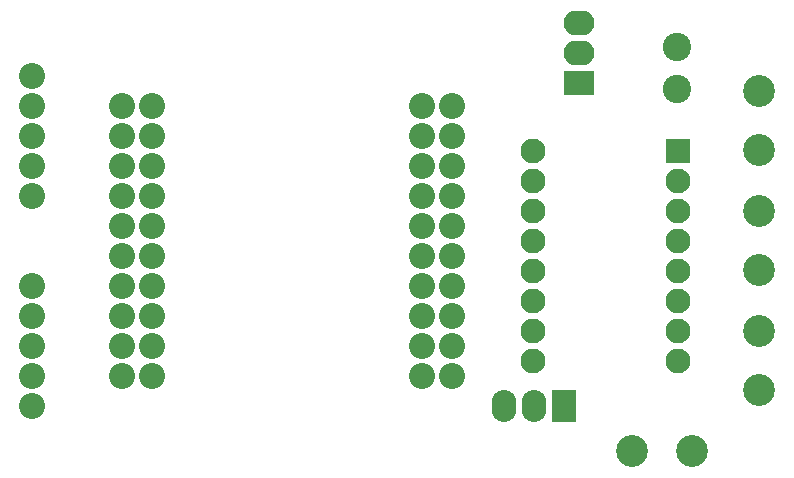
<source format=gts>
G04 Layer: TopSolderMaskLayer*
G04 EasyEDA v6.5.39, 2023-12-12 15:22:05*
G04 97430d4051d74cbab9520267499de571,defc1f93b7bc4f92b0c06f3051cee8fa,10*
G04 Gerber Generator version 0.2*
G04 Scale: 100 percent, Rotated: No, Reflected: No *
G04 Dimensions in millimeters *
G04 leading zeros omitted , absolute positions ,4 integer and 5 decimal *
%FSLAX45Y45*%
%MOMM*%

%AMMACRO1*1,1,$1,$2,$3*1,1,$1,$4,$5*1,1,$1,0-$2,0-$3*1,1,$1,0-$4,0-$5*20,1,$1,$2,$3,$4,$5,0*20,1,$1,$4,$5,0-$2,0-$3,0*20,1,$1,0-$2,0-$3,0-$4,0-$5,0*20,1,$1,0-$4,0-$5,$2,$3,0*4,1,4,$2,$3,$4,$5,0-$2,0-$3,0-$4,0-$5,$2,$3,0*%
%ADD10C,2.2032*%
%ADD11O,2.601595X2.101596*%
%ADD12MACRO1,0.1016X-1.2497X-1.0008X-1.2497X1.0008*%
%ADD13C,2.4016*%
%ADD14C,2.7016*%
%ADD15MACRO1,0.1016X1X-1X-1X-1*%
%ADD16C,2.1016*%
%ADD17O,2.101596X2.7015947999999996*%
%ADD18MACRO1,0.1016X1X-1.3X-1X-1.3*%

%LPD*%
D10*
G01*
X2603474Y1016000D03*
G01*
X2857474Y1016000D03*
G01*
X2603474Y1270000D03*
G01*
X2857474Y1270000D03*
G01*
X2603474Y1524000D03*
G01*
X2857474Y1524000D03*
G01*
X2603474Y1778000D03*
G01*
X2857474Y1778000D03*
G01*
X2603474Y2032000D03*
G01*
X2857474Y2032000D03*
G01*
X2603474Y2286000D03*
G01*
X2857474Y2286000D03*
G01*
X2603474Y2540000D03*
G01*
X2857474Y2540000D03*
G01*
X2603474Y2794000D03*
G01*
X2857474Y2794000D03*
G01*
X2603474Y3048000D03*
G01*
X2857474Y3048000D03*
G01*
X2603474Y3302000D03*
G01*
X2857474Y3302000D03*
G01*
X5397474Y1016000D03*
G01*
X5143474Y1016000D03*
G01*
X5143474Y1270000D03*
G01*
X5143474Y1524000D03*
G01*
X5143474Y1778000D03*
G01*
X5143474Y2032000D03*
G01*
X5143474Y2286000D03*
G01*
X5143474Y2540000D03*
G01*
X5143474Y2794000D03*
G01*
X5143474Y3048000D03*
G01*
X5143474Y3302000D03*
G01*
X5397474Y3302000D03*
G01*
X5397474Y3048000D03*
G01*
X5397474Y2794000D03*
G01*
X5397474Y2540000D03*
G01*
X5397474Y2286000D03*
G01*
X5397474Y2032000D03*
G01*
X5397474Y1778000D03*
G01*
X5397474Y1524000D03*
G01*
X5397474Y1270000D03*
D11*
G01*
X6477000Y3746500D03*
G01*
X6477000Y4000500D03*
D12*
G01*
X6476987Y3492489D03*
D13*
G01*
X7302474Y3794505D03*
G01*
X7302474Y3444494D03*
D14*
G01*
X8001000Y3425418D03*
G01*
X8001000Y2924530D03*
G01*
X6925056Y381000D03*
G01*
X7425943Y381000D03*
G01*
X8000974Y1393444D03*
G01*
X8000974Y892555D03*
G01*
X8000974Y2409444D03*
G01*
X8000974Y1908555D03*
D10*
G01*
X1841500Y3556000D03*
G01*
X1841500Y3302000D03*
G01*
X1841500Y3048000D03*
G01*
X1841500Y2794000D03*
G01*
X1841500Y2540000D03*
G01*
X1841500Y1778000D03*
G01*
X1841500Y1524000D03*
G01*
X1841500Y1270000D03*
G01*
X1841500Y1016000D03*
G01*
X1841500Y762000D03*
D15*
G01*
X7315187Y2920994D03*
D16*
G01*
X7315200Y2667000D03*
G01*
X7315200Y2413000D03*
G01*
X7315200Y2159000D03*
G01*
X7315200Y1905000D03*
G01*
X7315200Y1651000D03*
G01*
X7315200Y1397000D03*
G01*
X7315200Y1143000D03*
G01*
X6083300Y1143000D03*
G01*
X6083300Y1397000D03*
G01*
X6083300Y1651000D03*
G01*
X6083300Y1905000D03*
G01*
X6083300Y2159000D03*
G01*
X6083300Y2413000D03*
G01*
X6083300Y2667000D03*
G01*
X6083300Y2921000D03*
D17*
G01*
X6096000Y761492D03*
G01*
X5841974Y762482D03*
D18*
G01*
X6349992Y761509D03*
M02*

</source>
